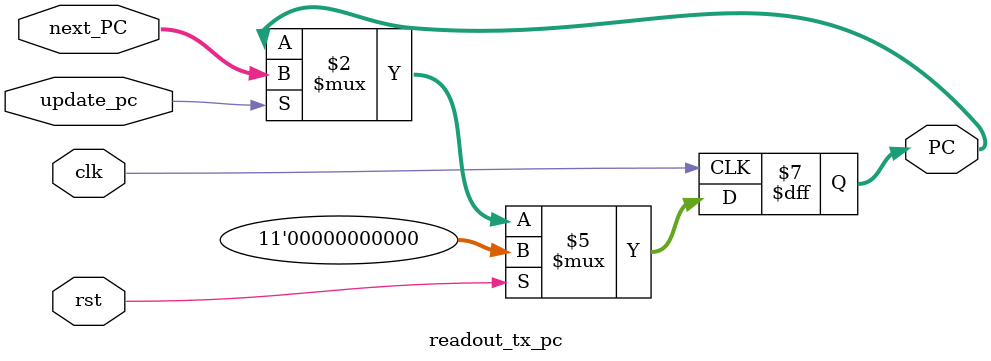
<source format=v>
module readout_tx_pc #(
	parameter PC_WIDTH = 11
)(
    clk,
    rst,
    update_pc,
    next_PC,
    PC
);

// Port declaration
input                       clk;
input                       rst;
input                       update_pc;
input       [PC_WIDTH-1:0]  next_PC;

output reg  [PC_WIDTH-1:0]  PC;

// reg enable; // Do not update PC at first cycle

always @(posedge clk) begin
    if (rst) begin
        // enable <= 0;
        PC <= 0;
    end
    else begin
        if (update_pc) begin
            PC <= next_PC;
            // if (enable) begin
            //     PC <= next_PC;
            // end
            // enable <= 1;
        end
    end
end

endmodule

</source>
